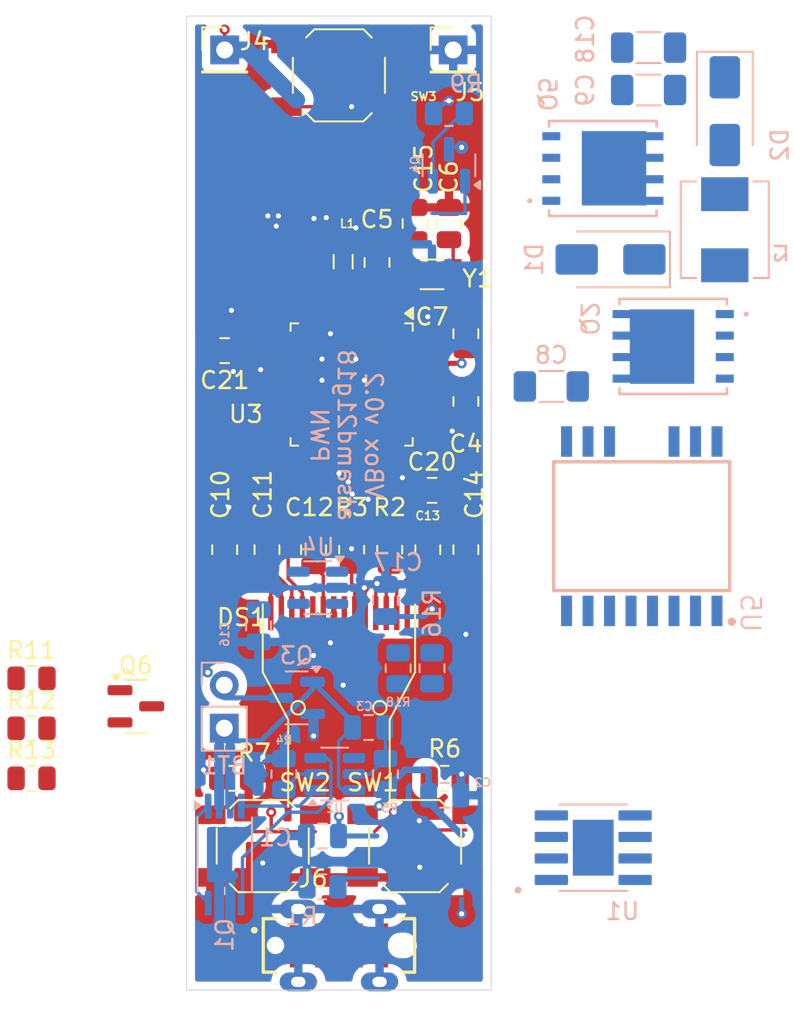
<source format=kicad_pcb>
(kicad_pcb
	(version 20240108)
	(generator "pcbnew")
	(generator_version "8.0")
	(general
		(thickness 1.6)
		(legacy_teardrops no)
	)
	(paper "A4")
	(layers
		(0 "F.Cu" signal)
		(1 "In1.Cu" signal)
		(2 "In2.Cu" signal)
		(31 "B.Cu" signal)
		(32 "B.Adhes" user "B.Adhesive")
		(33 "F.Adhes" user "F.Adhesive")
		(34 "B.Paste" user)
		(35 "F.Paste" user)
		(36 "B.SilkS" user "B.Silkscreen")
		(37 "F.SilkS" user "F.Silkscreen")
		(38 "B.Mask" user)
		(39 "F.Mask" user)
		(40 "Dwgs.User" user "User.Drawings")
		(41 "Cmts.User" user "User.Comments")
		(42 "Eco1.User" user "User.Eco1")
		(43 "Eco2.User" user "User.Eco2")
		(44 "Edge.Cuts" user)
		(45 "Margin" user)
		(46 "B.CrtYd" user "B.Courtyard")
		(47 "F.CrtYd" user "F.Courtyard")
		(48 "B.Fab" user)
		(49 "F.Fab" user)
		(50 "User.1" user)
		(51 "User.2" user)
		(52 "User.3" user)
		(53 "User.4" user)
		(54 "User.5" user)
		(55 "User.6" user)
		(56 "User.7" user)
		(57 "User.8" user)
		(58 "User.9" user)
	)
	(setup
		(stackup
			(layer "F.SilkS"
				(type "Top Silk Screen")
			)
			(layer "F.Paste"
				(type "Top Solder Paste")
			)
			(layer "F.Mask"
				(type "Top Solder Mask")
				(thickness 0.01)
			)
			(layer "F.Cu"
				(type "copper")
				(thickness 0.035)
			)
			(layer "dielectric 1"
				(type "prepreg")
				(thickness 0.1)
				(material "FR4")
				(epsilon_r 4.5)
				(loss_tangent 0.02)
			)
			(layer "In1.Cu"
				(type "copper")
				(thickness 0.035)
			)
			(layer "dielectric 2"
				(type "core")
				(thickness 1.24)
				(material "FR4")
				(epsilon_r 4.5)
				(loss_tangent 0.02)
			)
			(layer "In2.Cu"
				(type "copper")
				(thickness 0.035)
			)
			(layer "dielectric 3"
				(type "prepreg")
				(thickness 0.1)
				(material "FR4")
				(epsilon_r 4.5)
				(loss_tangent 0.02)
			)
			(layer "B.Cu"
				(type "copper")
				(thickness 0.035)
			)
			(layer "B.Mask"
				(type "Bottom Solder Mask")
				(thickness 0.01)
			)
			(layer "B.Paste"
				(type "Bottom Solder Paste")
			)
			(layer "B.SilkS"
				(type "Bottom Silk Screen")
			)
			(copper_finish "None")
			(dielectric_constraints no)
		)
		(pad_to_mask_clearance 0)
		(allow_soldermask_bridges_in_footprints no)
		(grid_origin 86.5 51.25)
		(pcbplotparams
			(layerselection 0x00010fc_ffffffff)
			(plot_on_all_layers_selection 0x0000000_00000000)
			(disableapertmacros no)
			(usegerberextensions no)
			(usegerberattributes yes)
			(usegerberadvancedattributes yes)
			(creategerberjobfile yes)
			(dashed_line_dash_ratio 12.000000)
			(dashed_line_gap_ratio 3.000000)
			(svgprecision 4)
			(plotframeref no)
			(viasonmask no)
			(mode 1)
			(useauxorigin no)
			(hpglpennumber 1)
			(hpglpenspeed 20)
			(hpglpendiameter 15.000000)
			(pdf_front_fp_property_popups yes)
			(pdf_back_fp_property_popups yes)
			(dxfpolygonmode yes)
			(dxfimperialunits yes)
			(dxfusepcbnewfont yes)
			(psnegative no)
			(psa4output no)
			(plotreference yes)
			(plotvalue yes)
			(plotfptext yes)
			(plotinvisibletext no)
			(sketchpadsonfab no)
			(subtractmaskfromsilk no)
			(outputformat 1)
			(mirror no)
			(drillshape 0)
			(scaleselection 1)
			(outputdirectory "./vbox-v0.2")
		)
	)
	(net 0 "")
	(net 1 "+BATT")
	(net 2 "Net-(U2-VCC)")
	(net 3 "RXD")
	(net 4 "TXD")
	(net 5 "MISO")
	(net 6 "RESET")
	(net 7 "SCK")
	(net 8 "MOSI")
	(net 9 "Net-(U2-OD)")
	(net 10 "Net-(Q1-Pad1)")
	(net 11 "Net-(U2-OC)")
	(net 12 "Net-(U1-PROG)")
	(net 13 "Net-(U2-CS)")
	(net 14 "moins")
	(net 15 "plus")
	(net 16 "fire")
	(net 17 "Net-(D1-K)")
	(net 18 "unconnected-(U1-TEMP-Pad1)")
	(net 19 "unconnected-(U2-TD-Pad4)")
	(net 20 "BOOST_EN")
	(net 21 "unconnected-(U1-~{CHRG}-Pad7)")
	(net 22 "unconnected-(U1-~{STDBY}-Pad6)")
	(net 23 "Net-(DS1-C2P)")
	(net 24 "Net-(DS1-C2N)")
	(net 25 "Net-(DS1-C1P)")
	(net 26 "Net-(DS1-C1N)")
	(net 27 "Net-(DS1-N.C.)")
	(net 28 "Net-(DS1-VCOMH)")
	(net 29 "Net-(DS1-VCC)")
	(net 30 "Net-(DS1-IREF)")
	(net 31 "Net-(DS1-RES#)")
	(net 32 "SDA")
	(net 33 "SCL")
	(net 34 "+USB5V")
	(net 35 "/-BT1")
	(net 36 "/+BT1")
	(net 37 "Net-(U3-VDDCORE)")
	(net 38 "unconnected-(J6-CC1-PadA5)")
	(net 39 "unconnected-(J6-CC2-PadB5)")
	(net 40 "PA24-USBd-")
	(net 41 "unconnected-(J6-SBU2-PadB8)")
	(net 42 "unconnected-(J6-SBU1-PadA8)")
	(net 43 "PA25-USBd+")
	(net 44 "Net-(Q6-G)")
	(net 45 "Net-(Q6-D)")
	(net 46 "unconnected-(U3-PA07-9-ADC-Pad12)")
	(net 47 "+3.3V")
	(net 48 "Net-(U3-VDDANA)")
	(net 49 "Net-(U3-PA00)")
	(net 50 "Net-(U3-PA01)")
	(net 51 "unconnected-(U3-PA28-27-Pad41)")
	(net 52 "unconnected-(U3-25-PB03-Pad48)")
	(net 53 "ss")
	(net 54 "coil+")
	(net 55 "Net-(Q4-S)")
	(net 56 "Net-(Q4-G)")
	(net 57 "Net-(D2-A)")
	(net 58 "unconnected-(U3-PA13-38-Pad22)")
	(net 59 "batV")
	(net 60 "GND")
	(net 61 "CoilResSw")
	(net 62 "BatVoltSw")
	(net 63 "unconnected-(U3-PA14-2-Pad23)")
	(net 64 "unconnected-(U3-PA12-22-Pad21)")
	(net 65 "unconnected-(U3-24-PB11-Pad20)")
	(net 66 "unconnected-(U3-ADC-19-PB02-Pad47)")
	(net 67 "Net-(Q2-G)")
	(net 68 "unconnected-(U3-PA15-5-Pad24)")
	(net 69 "unconnected-(U3-23-PB10-Pad19)")
	(net 70 "unconnected-(U3-PA05-18-ADC-Pad10)")
	(net 71 "unconnected-(U3-PA30-44-SWCLK-Pad45)")
	(net 72 "unconnected-(U3-PA27-26-Pad39)")
	(net 73 "unconnected-(U3-PA31-45-SWDIO-Pad46)")
	(net 74 "unconnected-(U3-PA06-8-ADC-Pad11)")
	(net 75 "unconnected-(U4-NC-Pad4)")
	(net 76 "Net-(Q5-G)")
	(net 77 "+3.3")
	(net 78 "unconnected-(R13-Pad2)")
	(net 79 "unconnected-(R13-Pad1)")
	(net 80 "unconnected-(U3-PA10-1-ADC-Pad15)")
	(net 81 "unconnected-(U3-PA11-0-ADC-Pad16)")
	(net 82 "BOOST_PWM")
	(net 83 "BOOST_PWMA")
	(net 84 "unconnected-(U5-NC-Pad7)")
	(net 85 "unconnected-(U5-STP{slash}DTC-Pad6)")
	(net 86 "BOOST_PWMB")
	(footprint "My_footprint:oled DD-9616BE-3A_fliped(folded)" (layer "F.Cu") (at 95.5 85.484))
	(footprint "Capacitor_SMD:C_0805_2012Metric" (layer "F.Cu") (at 97.75 65.8 90))
	(footprint "Resistor_SMD:R_0805_2012Metric" (layer "F.Cu") (at 77.3375 93.3))
	(footprint "Capacitor_SMD:C_0805_2012Metric" (layer "F.Cu") (at 88.75 71 180))
	(footprint "Resistor_SMD:R_0805_2012Metric" (layer "F.Cu") (at 96.25 82.75 90))
	(footprint "Resistor_SMD:R_0805_2012Metric" (layer "F.Cu") (at 98.5 82.75 -90))
	(footprint "Resistor_SMD:R_0805_2012Metric" (layer "F.Cu") (at 101.75 96.25 180))
	(footprint "Capacitor_SMD:C_0805_2012Metric" (layer "F.Cu") (at 100.75 82.75 -90))
	(footprint "Capacitor_SMD:C_0805_2012Metric" (layer "F.Cu") (at 91.25 82.75 -90))
	(footprint "Package_TO_SOT_SMD:SOT-23" (layer "F.Cu") (at 83.5 92))
	(footprint "Button_Switch_SMD:SW_SPST_SKQG_WithStem" (layer "F.Cu") (at 100 100.25))
	(footprint "Capacitor_SMD:C_0805_2012Metric" (layer "F.Cu") (at 102 63.5 -90))
	(footprint "Resistor_SMD:R_0805_2012Metric" (layer "F.Cu") (at 77.3375 96.25))
	(footprint "Capacitor_SMD:C_0805_2012Metric" (layer "F.Cu") (at 94 82.75 -90))
	(footprint "Button_Switch_SMD:SW_SPST_SKQG_WithoutStem" (layer "F.Cu") (at 95.5 54.75 180))
	(footprint "Capacitor_SMD:C_0805_2012Metric" (layer "F.Cu") (at 103 70 -90))
	(footprint "Inductor_SMD:L_0805_2012Metric" (layer "F.Cu") (at 95.75 65.75 90))
	(footprint "Capacitor_SMD:C_0805_2012Metric" (layer "F.Cu") (at 100 63.5 -90))
	(footprint "Package_QFP:TQFP-48_7x7mm_P0.5mm" (layer "F.Cu") (at 96.25 73 -90))
	(footprint "Connector_PinHeader_2.54mm:PinHeader_1x01_P2.54mm_Vertical" (layer "F.Cu") (at 102.25 53.25))
	(footprint "Capacitor_SMD:C_0805_2012Metric" (layer "F.Cu") (at 103 82.75 -90))
	(footprint "Button_Switch_SMD:SW_SPST_SKQG_WithoutStem" (layer "F.Cu") (at 91 100.25))
	(footprint "Resistor_SMD:R_0805_2012Metric" (layer "F.Cu") (at 77.3375 90.35))
	(footprint "Crystal:Crystal_SMD_3215-2Pin_3.2x1.5mm" (layer "F.Cu") (at 101 66.5))
	(footprint "Connector_PinHeader_2.54mm:PinHeader_1x01_P2.54mm_Vertical" (layer "F.Cu") (at 88.75 53.25))
	(footprint "Capacitor_SMD:C_0805_2012Metric" (layer "F.Cu") (at 101 79.25))
	(footprint "My_footprint:GCT_USB4120-03-C_REVA" (layer "F.Cu") (at 95.5 106.115))
	(footprint "Capacitor_SMD:C_0805_2012Metric" (layer "F.Cu") (at 88.75 82.75 -90))
	(footprint "Capacitor_SMD:C_0805_2012Metric" (layer "F.Cu") (at 103 74 -90))
	(footprint "Resistor_SMD:R_0805_2012Metric"
		(layer "F.Cu")
		(uuid "fffa4e0c-2325-44c6-bdf7-8e4595cce474")
		(at 89.25 96.25)
		(descr "Resistor SMD 0805 (2012 Metric), square (rectangular) end terminal, IPC_7351 nominal, (Body size source: IPC-SM-782 page 72, https://www.pcb-3d.com/wordpress/wp-content/uploads/ipc-sm-782a_amendment_1_and_2.pdf), generated with kicad-footprint-generator")
		(tags "resistor")
		(property "Reference" "R7"
			(at 1.25 -1.5 0)
			(layer "F.SilkS")
			(uuid "b1533e0a-97e6-486a-917e-cfe7cd96c4c8")
			(effects
				(font
					(size 1 1)
					(thickness 0.15)
				)
			)
		)
		(property "Value" "10k"
			(at 0 1.65 0)
			(layer "F.Fab")
			(uuid "13245b26-5829-4e92-90c6-b61bbd626617")
			(effects
				(font
					(size 1 1)
					(thickness 0.15)
				)
			)
		)
		(property "Footprint" "Resistor_SMD:R_0805_2012Metric"
			(at 0 0 0)
			(unlocked yes)
			(layer "F.Fab")
			(hide yes)
			(uuid "1eaf695f-1359-4561-9230-31e8797786e6")
			(effects
				(font
					(size 1.27 1.27)
					(thickness 0.15)
				)
			)
		)
		(property "Datasheet" ""
			(at 0 0 0)
			(unlocked yes)
			(layer "F.Fab")
			(hide yes)
			(uuid "372cfab7-798f-4b8f-a35d-1278eb9c3a80")
			(effects
				(font
					(size 1.27 1.27)
					(thickness 0.15)
				)
			)
		)
		(property "Description" "Resistor"
			(at 0 0 0)
			(unlocked yes)
			(layer "F.Fab")
			(hide yes)
			(uuid "7c26a104-4e52-43ad-80ba-ec9779ed5fd9")
			(effects
				(font
					(size 1.27 1.27)
					(thickness 0.15)
				)
			)
		)
		(property "Sim.Device" ""
			(at 0 0 0)
			(unlocked yes)
			(layer "F.Fab")
			(hide yes)
			(uuid "2db4c1d8-e216-4441-bd1f-0d8639d0e9ee")
			(effects
				(font
					(size 1 1)
					(thickness 0.15)
				)
			)
		)
		(property "Sim.Pins" ""
			(at 0 0 0)
			(unlocked yes)
			(layer "F.Fab")
			(hide yes)
			(uuid "c57c1ebf-dd19-494a-bdf4-1ec8ccbff160")
			(effects
				(font
					(size 1 1)
					(thickness 0.15)
				)
			)
		)
		(property "Sim.Type" ""
			(at 0 0 0)
			(unlocked yes)
			(layer "F.Fab")
			(hide yes)
			(uuid "a38da61e-2725-4004-8fcb-a4d88af1c9d8")
			(effects
				(font
					(size 1 1)
					(thickness 0.15)
				)
			)
		)
		(property ki_fp_filters "R_*")
		(path "/7cb1229d-7991-4ffb-b415-ee28c285479d")
		(sheetname "Root")
		(sheetfile "boxmod.kicad_sch")
		(attr smd)
		(fp_line
			(start -0.227064 -0.735)
			(end 0.227064 -0.735)
			(stroke
				(width 0.12)
				(type solid)
			)
			(layer "F.SilkS")
			(uuid "74870fe4-bd9d-4c41-9e6a-fa07f43a6c8c")
		)
		(fp_line
			(start -0.227064 0.735)
			(end 0.227064 0.735)
			(stroke
				(width 0.12)
				(type solid)
			)
			(layer "F.SilkS")
			(uuid "189ed304-ec53-4922-ada6-0c34a794d956")
		)
		(fp_line
			(start -1.68 -0.95)
			(end 1.68 -0.95)
			(stroke
				(width 0.05)
				(type solid)
			)
			(layer "F.CrtYd")
			(uuid "acdb3a56-b96a-4443-99bf-85ebbbeb3cf3")
		)
		(fp_line
			(start -1.68 0.95)
			(end -1.68 -0.95)
			(stroke
				(width 0.05)
				(type solid)
			)
			(layer "F.CrtYd")
			(uuid "716b5786-965d-4b7b-967e-9748288bdb72")
		)
		(fp_line
			(start 1.68 -0.95)
			(end 1.68 0.95)
			(stroke
				(width 0.05)
				(type solid)
			)
			(layer "F.CrtYd")
			(uuid "04f53506-5c27-4c58-939a-425091761205")
		)
		(fp_line
			(start 1.68 0.95)
			(end -1.68 0.95)
			(stroke
				(width 0.05)
				(type solid)
			)
			(layer "F.CrtYd")
			(uuid "7caf2506-cd35-403c-a816-879bf049fed1")
		)
		(fp_line
			(start -1 -0.625)
			(end 1 -0.625)
			(stroke
				(width 0.1)
				(type solid)
			)
			(layer "F.Fab")
			(uuid "e76a5e48-30b2-4749-ad2f-b2ce676b3085")
		)
		(fp_line
			(start -1 0.625)
			(end -1 -0.625)
			(stroke
				(width 0.1)
				(type solid)
			)
			(layer "F.Fab")
			(uuid "dbff1f4d-6cd7-4768-9910-e67724c1fc06")
		)
		(fp_line
			(start 1 -0.625)
			(end 1 0.625)
			(stroke
				(width 0.1)
				(type solid)
			)
			(layer "F.Fab")
			(uuid "b2ef64a5-c7c1-401f-b2eb-84daa0a200be")
		)
		(fp_line
			(start 1 0.625)
			(end -1 0.625)
			(stroke
				(width 0.1)
				(type solid)
			)
			(layer "F.Fab")
			(uuid "c6fdbc78-e337-4df1-89d5-071cc339d06e")
		)
		(fp_text user "${REFERENCE}"
			(at 0 0 0)
			(layer "F.Fab")
			(uuid "cdc64a86-4c8d-4e79-bfde-31a424b69144")
			(effects
				(font
					(size 0.5 0.5)
					(thickness 0.08)
				)
			)
		)
		(pad "1" smd roundrect
			(at -0.9125 0)
			(size 1.025 1.4)
			(layers "F.Cu" "F.Paste" "F.Mask")
			(roundrect_rratio 0.243902)
			(net 59 "batV")
			(pintype "passive")
			(uuid "
... [432398 chars truncated]
</source>
